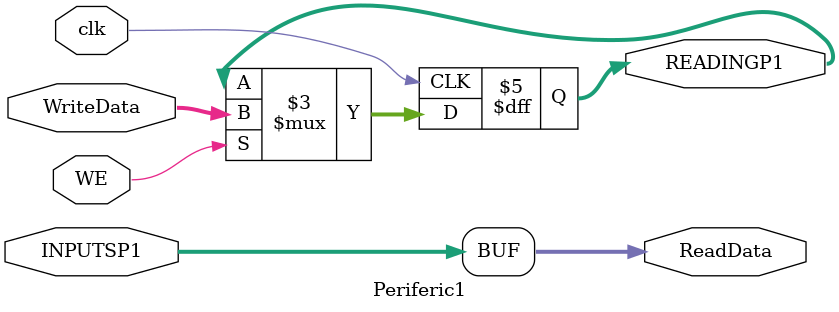
<source format=v>
`timescale 1ns / 1ps


module Periferic1(
    input clk,
    input WE,
    input [3:0] INPUTSP1,
    input [6:0] WriteData,
    output reg [3:0] ReadData,
    output reg [6:0] READINGP1
    );
    
    always @(posedge clk) begin
        if (WE)
            READINGP1 <= WriteData;
    end
    
    always @(*) begin
        ReadData <= INPUTSP1;
    end
    
endmodule

</source>
